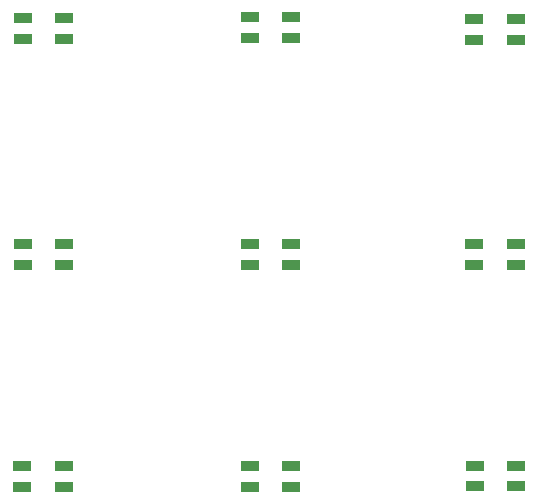
<source format=gbr>
%TF.GenerationSoftware,KiCad,Pcbnew,9.0.2*%
%TF.CreationDate,2025-07-05T22:13:59-05:00*%
%TF.ProjectId,starpad,73746172-7061-4642-9e6b-696361645f70,rev?*%
%TF.SameCoordinates,Original*%
%TF.FileFunction,Paste,Top*%
%TF.FilePolarity,Positive*%
%FSLAX46Y46*%
G04 Gerber Fmt 4.6, Leading zero omitted, Abs format (unit mm)*
G04 Created by KiCad (PCBNEW 9.0.2) date 2025-07-05 22:13:59*
%MOMM*%
%LPD*%
G01*
G04 APERTURE LIST*
%ADD10R,1.600000X0.850000*%
G04 APERTURE END LIST*
D10*
%TO.C,D10*%
X79250000Y-132625000D03*
X79250000Y-134375000D03*
X82750000Y-134375000D03*
X82750000Y-132625000D03*
%TD*%
%TO.C,D13*%
X79250000Y-151750000D03*
X79250000Y-153500000D03*
X82750000Y-153500000D03*
X82750000Y-151750000D03*
%TD*%
%TO.C,D17*%
X98500000Y-170585000D03*
X98500000Y-172335000D03*
X102000000Y-172335000D03*
X102000000Y-170585000D03*
%TD*%
%TO.C,D12*%
X117500000Y-132750000D03*
X117500000Y-134500000D03*
X121000000Y-134500000D03*
X121000000Y-132750000D03*
%TD*%
%TO.C,D15*%
X117500000Y-151750000D03*
X117500000Y-153500000D03*
X121000000Y-153500000D03*
X121000000Y-151750000D03*
%TD*%
%TO.C,D18*%
X117520000Y-170535000D03*
X117520000Y-172285000D03*
X121020000Y-172285000D03*
X121020000Y-170535000D03*
%TD*%
%TO.C,D14*%
X98500000Y-151750000D03*
X98500000Y-153500000D03*
X102000000Y-153500000D03*
X102000000Y-151750000D03*
%TD*%
%TO.C,D16*%
X79212500Y-170575000D03*
X79212500Y-172325000D03*
X82712500Y-172325000D03*
X82712500Y-170575000D03*
%TD*%
%TO.C,D11*%
X98500000Y-132541875D03*
X98500000Y-134291875D03*
X102000000Y-134291875D03*
X102000000Y-132541875D03*
%TD*%
M02*

</source>
